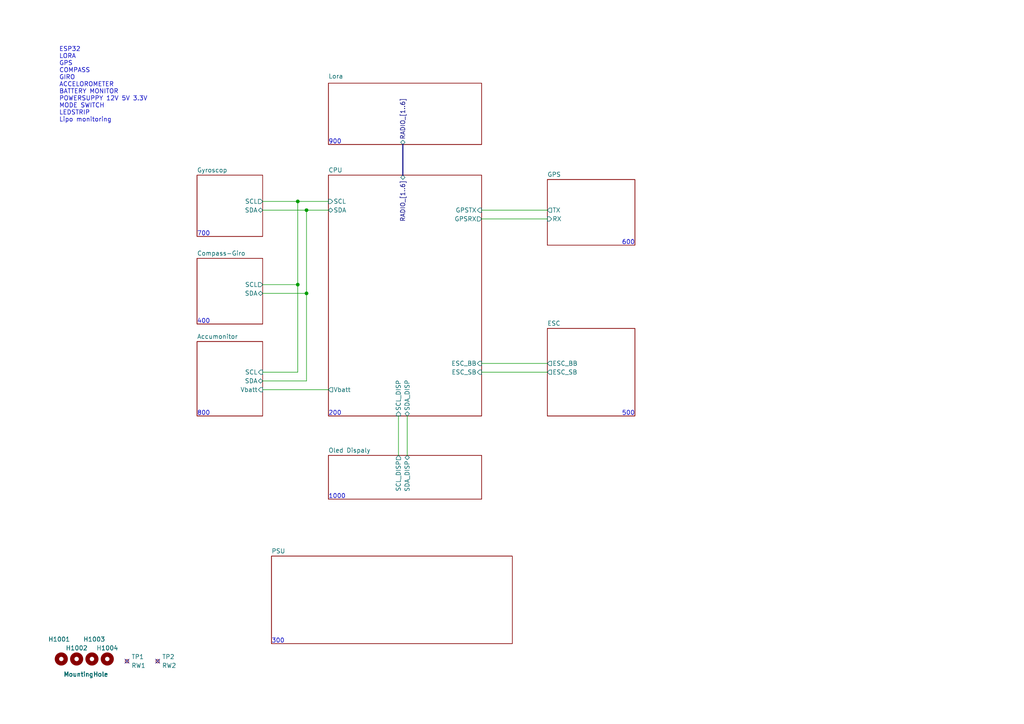
<source format=kicad_sch>
(kicad_sch (version 20231120) (generator "eeschema") (generator_version "8.0")
  (paper "A4")
  (title_block (title "NicE Buoy") (date "2023-06-20") (rev "1.1") (company "NicE Engineering"))
  (lib_symbols
    (symbol "Connector:TestPoint_Small" (pin_numbers hide) (pin_names (offset 0.762) hide)
      (property "Reference" "TP" (at 0 3.81 0))
      (property "Value" "TestPoint_Small" (at 0 2.032 0))
      (symbol "TestPoint_Small_0_1"
        (circle (center 0 0) (radius 0.508))
      )
      (symbol "TestPoint_Small_1_1"
        (pin passive line (at 0 0 90) (length 0) (name "1") (number "1"))
      )
    )
    (symbol "Mechanical:MountingHole" (pin_names (offset 1.016))
      (property "Reference" "H" (at 0 5.08 0))
      (property "Value" "MountingHole" (at 0 3.175 0))
      (symbol "MountingHole_0_1"
        (circle (center 0 0) (radius 1.27) (stroke (width 1.27)))
      )
    )
  )
  (junction (at 88.9 60.96))
  (junction (at 86.36 82.55))
  (junction (at 88.9 85.09))
  (junction (at 86.36 58.42))
  (no_connect (at 36.83 191.77))
  (no_connect (at 45.72 191.77))
  (wire (pts (xy 139.7 105.41) (xy 158.75 105.41)))
  (wire (pts (xy 76.2 82.55) (xy 86.36 82.55)))
  (wire (pts (xy 76.2 58.42) (xy 86.36 58.42)))
  (wire (pts (xy 88.9 85.09) (xy 88.9 110.49)))
  (wire (pts (xy 118.11 120.65) (xy 118.11 132.08)))
  (wire (pts (xy 139.7 60.96) (xy 158.75 60.96)))
  (wire (pts (xy 88.9 60.96) (xy 88.9 85.09)))
  (bus (pts (xy 116.84 41.91) (xy 116.84 50.8)))
  (wire (pts (xy 76.2 113.03) (xy 95.25 113.03)))
  (wire (pts (xy 115.57 120.65) (xy 115.57 132.08)))
  (wire (pts (xy 86.36 58.42) (xy 86.36 82.55)))
  (wire (pts (xy 86.36 82.55) (xy 86.36 107.95)))
  (wire (pts (xy 88.9 110.49) (xy 76.2 110.49)))
  (wire (pts (xy 88.9 60.96) (xy 95.25 60.96)))
  (wire (pts (xy 139.7 63.5) (xy 158.75 63.5)))
  (wire (pts (xy 76.2 60.96) (xy 88.9 60.96)))
  (wire (pts (xy 86.36 107.95) (xy 76.2 107.95)))
  (wire (pts (xy 86.36 58.42) (xy 95.25 58.42)))
  (wire (pts (xy 139.7 107.95) (xy 158.75 107.95)))
  (wire (pts (xy 76.2 85.09) (xy 88.9 85.09)))
  (text "400" (at 57.15 93.98 0) (effects (font (size 1.27 1.27)) (justify left bottom)))
  (text "1000" (at 95.25 144.78 0) (effects (font (size 1.27 1.27)) (justify left bottom)))
  (text "200" (at 95.25 120.65 0) (effects (font (size 1.27 1.27)) (justify left bottom)))
  (text "300" (at 78.74 186.69 0) (effects (font (size 1.27 1.27)) (justify left bottom)))
  (text "800" (at 57.15 120.65 0) (effects (font (size 1.27 1.27)) (justify left bottom)))
  (text "600" (at 180.34 71.12 0) (effects (font (size 1.27 1.27)) (justify left bottom)))
  (text "ESP32\nLORA\nGPS\nCOMPASS\nGIRO\nACCELOROMETER\nBATTERY MONITOR\nPOWERSUPPY 12V 5V 3.3V\nMODE SWITCH\nLEDSTRIP\nLipo monitoring\n" (at 17.145 35.56 0) (effects (font (size 1.27 1.27)) (justify left bottom)))
  (text "900" (at 95.25 41.91 0) (effects (font (size 1.27 1.27)) (justify left bottom)))
  (text "500" (at 180.34 120.65 0) (effects (font (size 1.27 1.27)) (justify left bottom)))
  (text "700\n" (at 57.15 68.58 0) (effects (font (size 1.27 1.27)) (justify left bottom)))
  (symbol (lib_id "Connector:TestPoint_Small") (at 45.72 191.77 0) (unit 1) (in_bom no)
    (property "Reference" "TP2" (at 46.99 190.5 0) (effects (justify left)))
    (property "Value" "RW2" (at 46.99 193.04 0) (effects (justify left)))
    (property "Footprint" "A_Misc:ReworkPins" (effects (hide yes)))
  )
  (symbol (lib_id "Mechanical:MountingHole") (at 31.115 191.135 0) (unit 1) (in_bom no)
    (property "Reference" "H1004" (at 27.94 187.96 0) (effects (justify left)))
    (property "Value" "MountingHole" (at 18.415 195.58 0) (effects (justify left)))
    (property "Footprint" "A_Mechanical:NPTH_M3" (effects (hide yes)))
  )
  (symbol (lib_id "Mechanical:MountingHole") (at 26.67 191.135 0) (unit 1) (in_bom no)
    (property "Reference" "H1003" (at 24.13 185.42 0) (effects (justify left)))
    (property "Value" "MountingHole" (at 18.415 195.58 0) (effects (justify left)))
    (property "Footprint" "A_Mechanical:NPTH_M3" (effects (hide yes)))
  )
  (symbol (lib_id "Connector:TestPoint_Small") (at 36.83 191.77 0) (unit 1) (in_bom no)
    (property "Reference" "TP1" (at 38.1 190.5 0) (effects (justify left)))
    (property "Value" "RW1" (at 38.1 193.04 0) (effects (justify left)))
    (property "Footprint" "A_Misc:ReworkPins" (effects (hide yes)))
  )
  (symbol (lib_id "Mechanical:MountingHole") (at 22.225 191.135 0) (unit 1) (in_bom no)
    (property "Reference" "H1002" (at 19.05 187.96 0) (effects (justify left)))
    (property "Value" "MountingHole" (at 18.415 195.58 0) (effects (justify left)))
    (property "Footprint" "A_Mechanical:NPTH_M3" (effects (hide yes)))
  )
  (symbol (lib_id "Mechanical:MountingHole") (at 17.78 191.135 0) (unit 1) (in_bom no)
    (property "Reference" "H1001" (at 13.97 185.42 0) (effects (justify left)))
    (property "Value" "MountingHole" (at 18.415 195.58 0) (effects (justify left)))
    (property "Footprint" "A_Mechanical:NPTH_M3" (effects (hide yes)))
  )
  (sheet (at 57.15 99.06) (size 19.05 21.59) (stroke (width 0.1524))
    (property "Sheetname" "Accumonitor" (at 57.15 98.3484 0) (effects (justify left bottom)))
    (property "Sheetfile" "Accumonitor.kicad_sch" (effects (hide yes)))
    (pin "SDA" bidirectional (at 76.2 110.49 0))
    (pin "SCL" input (at 76.2 107.95 0))
    (pin "Vbatt" input (at 76.2 113.03 0))
  )
  (sheet (at 95.25 24.13) (size 44.45 17.78) (stroke (width 0.1524))
    (property "Sheetname" "Lora" (at 95.25 22.86 0) (effects (justify left bottom)))
    (property "Sheetfile" "Lora.kicad_sch" (effects (hide yes)))
    (pin "RADIO_[1..6]" bidirectional (at 116.84 41.91 270))
  )
  (sheet (at 95.25 50.8) (size 44.45 69.85) (stroke (width 0.1524))
    (property "Sheetname" "CPU" (at 95.25 50.0884 0) (effects (justify left bottom)))
    (property "Sheetfile" "CPU_sch.kicad_sch" (effects (hide yes)))
    (pin "SDA" bidirectional (at 95.25 60.96 180))
    (pin "SCL" input (at 95.25 58.42 180))
    (pin "GPSRX" output (at 139.7 63.5 0))
    (pin "ESC_BB" input (at 139.7 105.41 0))
    (pin "GPSTX" input (at 139.7 60.96 0))
    (pin "ESC_SB" input (at 139.7 107.95 0))
    (pin "RADIO_[1..6]" bidirectional (at 116.84 50.8 90))
    (pin "SCL_DISP" input (at 115.57 120.65 270))
    (pin "SDA_DISP" bidirectional (at 118.11 120.65 270))
    (pin "Vbatt" output (at 95.25 113.03 180))
  )
  (sheet (at 158.75 52.07) (size 25.4 19.05) (stroke (width 0.1524))
    (property "Sheetname" "GPS" (at 158.75 51.3584 0) (effects (justify left bottom)))
    (property "Sheetfile" "Gps_sch.kicad_sch" (effects (hide yes)))
    (pin "RX" input (at 158.75 63.5 180))
    (pin "TX" output (at 158.75 60.96 180))
  )
  (sheet (at 57.15 74.93) (size 19.05 19.05) (stroke (width 0.1524))
    (property "Sheetname" "Compass-Giro" (at 57.15 74.2184 0) (effects (justify left bottom)))
    (property "Sheetfile" "Compass_sch.kicad_sch" (effects (hide yes)))
    (pin "SCL" output (at 76.2 82.55 0))
    (pin "SDA" bidirectional (at 76.2 85.09 0))
  )
  (sheet (at 57.15 50.8) (size 19.05 17.78) (stroke (width 0.1524))
    (property "Sheetname" "Gyroscop" (at 57.15 50.0884 0) (effects (justify left bottom)))
    (property "Sheetfile" "Gyroscoop.kicad_sch" (effects (hide yes)))
    (pin "SDA" bidirectional (at 76.2 60.96 0))
    (pin "SCL" output (at 76.2 58.42 0))
  )
  (sheet (at 78.74 161.29) (size 69.85 25.4) (stroke (width 0.1524))
    (property "Sheetname" "PSU" (at 78.74 160.5784 0) (effects (justify left bottom)))
    (property "Sheetfile" "PSU_sch.kicad_sch" (effects (hide yes)))
  )
  (sheet (at 95.25 132.08) (size 44.45 12.7) (stroke (width 0.1524))
    (property "Sheetname" "Oled Dispaly" (at 95.25 131.3684 0) (effects (justify left bottom)))
    (property "Sheetfile" "OledDispaly.kicad_sch" (effects (hide yes)))
    (pin "SCL_DISP" output (at 115.57 132.08 90))
    (pin "SDA_DISP" bidirectional (at 118.11 132.08 90))
  )
  (sheet (at 158.75 95.25) (size 25.4 25.4) (stroke (width 0.1524))
    (property "Sheetname" "ESC" (at 158.75 94.5384 0) (effects (justify left bottom)))
    (property "Sheetfile" "Esc_sch.kicad_sch" (effects (hide yes)))
    (pin "ESC_BB" output (at 158.75 105.41 180))
    (pin "ESC_SB" output (at 158.75 107.95 180))
  )
)
</source>
